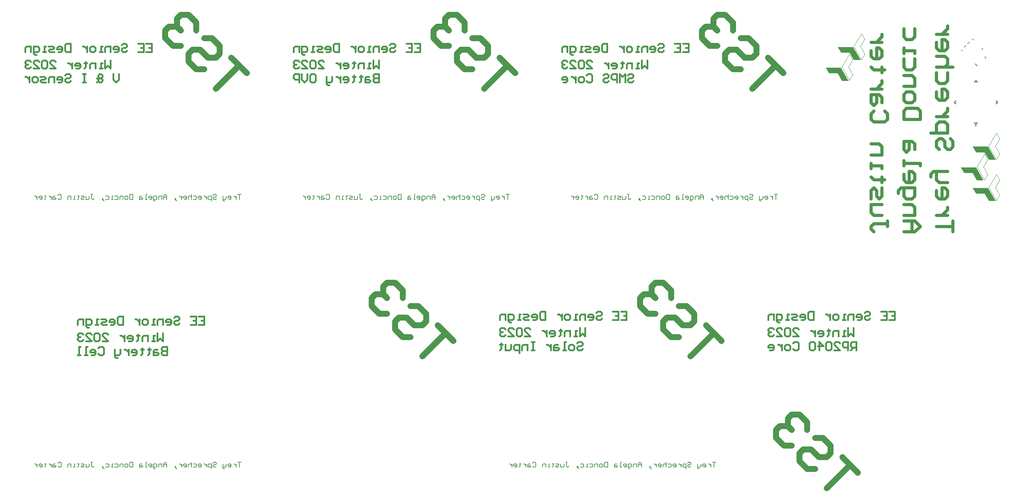
<source format=gbo>
G04*
G04 #@! TF.GenerationSoftware,Altium Limited,Altium Designer,23.7.1 (13)*
G04*
G04 Layer_Color=15983311*
%FSLAX25Y25*%
%MOIN*%
G70*
G04*
G04 #@! TF.SameCoordinates,97747FA3-686D-44AE-B9B3-03A7D2E65678*
G04*
G04*
G04 #@! TF.FilePolarity,Positive*
G04*
G01*
G75*
%ADD33C,0.01575*%
%ADD35C,0.00984*%
%ADD36C,0.00787*%
%ADD116C,0.00197*%
%ADD121C,0.00787*%
%ADD122C,0.00591*%
%ADD125C,0.01575*%
%ADD216C,0.02953*%
%ADD218C,0.05512*%
G36*
X872609Y522038D02*
X887156D01*
X894430Y509439D01*
X888065D01*
X883974Y516526D01*
X875791D01*
X872609Y522038D01*
D02*
G37*
G36*
X884026Y541723D02*
X898573D01*
X905847Y529124D01*
X899483D01*
X895391Y536211D01*
X887208D01*
X884026Y541723D01*
D02*
G37*
G36*
X1001349Y426762D02*
X1015896D01*
X1023170Y414164D01*
X1016805D01*
X1012714Y421250D01*
X1004531D01*
X1001349Y426762D01*
D02*
G37*
G36*
X1012766Y446447D02*
X1027314D01*
X1034587Y433849D01*
X1028223D01*
X1024131Y440935D01*
X1015948D01*
X1012766Y446447D01*
D02*
G37*
G36*
Y407077D02*
X1027314D01*
X1034587Y394479D01*
X1028223D01*
X1024131Y401565D01*
X1015948D01*
X1012766Y407077D01*
D02*
G37*
D33*
X274503Y284252D02*
X279751D01*
Y276380D01*
X274503D01*
X279751Y280316D02*
X277127D01*
X266632Y284252D02*
X271880D01*
Y276380D01*
X266632D01*
X271880Y280316D02*
X269256D01*
X250889Y282940D02*
X252201Y284252D01*
X254825D01*
X256137Y282940D01*
Y281628D01*
X254825Y280316D01*
X252201D01*
X250889Y279004D01*
Y277692D01*
X252201Y276380D01*
X254825D01*
X256137Y277692D01*
X244330Y276380D02*
X246953D01*
X248265Y277692D01*
Y280316D01*
X246953Y281628D01*
X244330D01*
X243018Y280316D01*
Y279004D01*
X248265D01*
X240394Y276380D02*
Y281628D01*
X236458D01*
X235146Y280316D01*
Y276380D01*
X232522D02*
X229898D01*
X231210D01*
Y281628D01*
X232522D01*
X224651Y276380D02*
X222027D01*
X220715Y277692D01*
Y280316D01*
X222027Y281628D01*
X224651D01*
X225963Y280316D01*
Y277692D01*
X224651Y276380D01*
X218091Y281628D02*
Y276380D01*
Y279004D01*
X216779Y280316D01*
X215467Y281628D01*
X214156D01*
X202348Y284252D02*
Y276380D01*
X198413D01*
X197101Y277692D01*
Y282940D01*
X198413Y284252D01*
X202348D01*
X190541Y276380D02*
X193165D01*
X194477Y277692D01*
Y280316D01*
X193165Y281628D01*
X190541D01*
X189229Y280316D01*
Y279004D01*
X194477D01*
X186605Y276380D02*
X182670D01*
X181358Y277692D01*
X182670Y279004D01*
X185293D01*
X186605Y280316D01*
X185293Y281628D01*
X181358D01*
X178734Y276380D02*
X176110D01*
X177422D01*
Y281628D01*
X178734D01*
X169550Y273757D02*
X168238D01*
X166927Y275069D01*
Y281628D01*
X170862D01*
X172174Y280316D01*
Y277692D01*
X170862Y276380D01*
X166927D01*
X164303D02*
Y281628D01*
X160367D01*
X159055Y280316D01*
Y276380D01*
X240394Y268403D02*
Y260531D01*
X237770Y263155D01*
X235146Y260531D01*
Y268403D01*
X232522Y260531D02*
X229898D01*
X231210D01*
Y265779D01*
X232522D01*
X225963Y260531D02*
Y265779D01*
X222027D01*
X220715Y264467D01*
Y260531D01*
X216779Y267091D02*
Y265779D01*
X218091D01*
X215467D01*
X216779D01*
Y261843D01*
X215467Y260531D01*
X207596D02*
X210220D01*
X211532Y261843D01*
Y264467D01*
X210220Y265779D01*
X207596D01*
X206284Y264467D01*
Y263155D01*
X211532D01*
X203660Y265779D02*
Y260531D01*
Y263155D01*
X202348Y264467D01*
X201036Y265779D01*
X199724D01*
X182670Y260531D02*
X187917D01*
X182670Y265779D01*
Y267091D01*
X183982Y268403D01*
X186605D01*
X187917Y267091D01*
X180046D02*
X178734Y268403D01*
X176110D01*
X174798Y267091D01*
Y261843D01*
X176110Y260531D01*
X178734D01*
X180046Y261843D01*
Y267091D01*
X166927Y260531D02*
X172174D01*
X166927Y265779D01*
Y267091D01*
X168238Y268403D01*
X170862D01*
X172174Y267091D01*
X164303D02*
X162991Y268403D01*
X160367D01*
X159055Y267091D01*
Y265779D01*
X160367Y264467D01*
X161679D01*
X160367D01*
X159055Y263155D01*
Y261843D01*
X160367Y260531D01*
X162991D01*
X164303Y261843D01*
X244330Y255178D02*
Y247306D01*
X240394D01*
X239082Y248618D01*
Y249930D01*
X240394Y251242D01*
X244330D01*
X240394D01*
X239082Y252554D01*
Y253866D01*
X240394Y255178D01*
X244330D01*
X235146Y252554D02*
X232522D01*
X231210Y251242D01*
Y247306D01*
X235146D01*
X236458Y248618D01*
X235146Y249930D01*
X231210D01*
X227275Y253866D02*
Y252554D01*
X228587D01*
X225963D01*
X227275D01*
Y248618D01*
X225963Y247306D01*
X220715Y253866D02*
Y252554D01*
X222027D01*
X219403D01*
X220715D01*
Y248618D01*
X219403Y247306D01*
X211532D02*
X214156D01*
X215467Y248618D01*
Y251242D01*
X214156Y252554D01*
X211532D01*
X210220Y251242D01*
Y249930D01*
X215467D01*
X207596Y252554D02*
Y247306D01*
Y249930D01*
X206284Y251242D01*
X204972Y252554D01*
X203660D01*
X199724D02*
Y248618D01*
X198413Y247306D01*
X194477D01*
Y245994D01*
X195789Y244682D01*
X197101D01*
X194477Y247306D02*
Y252554D01*
X178734Y253866D02*
X180046Y255178D01*
X182670D01*
X183982Y253866D01*
Y248618D01*
X182670Y247306D01*
X180046D01*
X178734Y248618D01*
X172174Y247306D02*
X174798D01*
X176110Y248618D01*
Y251242D01*
X174798Y252554D01*
X172174D01*
X170862Y251242D01*
Y249930D01*
X176110D01*
X168238Y247306D02*
X165615D01*
X166927D01*
Y255178D01*
X168238D01*
X161679Y247306D02*
X159055D01*
X160367D01*
Y255178D01*
X161679D01*
X224503Y544882D02*
X229751D01*
Y537010D01*
X224503D01*
X229751Y540946D02*
X227127D01*
X216632Y544882D02*
X221880D01*
Y537010D01*
X216632D01*
X221880Y540946D02*
X219256D01*
X200889Y543570D02*
X202201Y544882D01*
X204825D01*
X206137Y543570D01*
Y542258D01*
X204825Y540946D01*
X202201D01*
X200889Y539634D01*
Y538322D01*
X202201Y537010D01*
X204825D01*
X206137Y538322D01*
X194330Y537010D02*
X196953D01*
X198265Y538322D01*
Y540946D01*
X196953Y542258D01*
X194330D01*
X193018Y540946D01*
Y539634D01*
X198265D01*
X190394Y537010D02*
Y542258D01*
X186458D01*
X185146Y540946D01*
Y537010D01*
X182522D02*
X179898D01*
X181210D01*
Y542258D01*
X182522D01*
X174651Y537010D02*
X172027D01*
X170715Y538322D01*
Y540946D01*
X172027Y542258D01*
X174651D01*
X175963Y540946D01*
Y538322D01*
X174651Y537010D01*
X168091Y542258D02*
Y537010D01*
Y539634D01*
X166779Y540946D01*
X165467Y542258D01*
X164155D01*
X152348Y544882D02*
Y537010D01*
X148413D01*
X147101Y538322D01*
Y543570D01*
X148413Y544882D01*
X152348D01*
X140541Y537010D02*
X143165D01*
X144477Y538322D01*
Y540946D01*
X143165Y542258D01*
X140541D01*
X139229Y540946D01*
Y539634D01*
X144477D01*
X136605Y537010D02*
X132669D01*
X131358Y538322D01*
X132669Y539634D01*
X135293D01*
X136605Y540946D01*
X135293Y542258D01*
X131358D01*
X128734Y537010D02*
X126110D01*
X127422D01*
Y542258D01*
X128734D01*
X119550Y534387D02*
X118238D01*
X116927Y535699D01*
Y542258D01*
X120862D01*
X122174Y540946D01*
Y538322D01*
X120862Y537010D01*
X116927D01*
X114303D02*
Y542258D01*
X110367D01*
X109055Y540946D01*
Y537010D01*
X190394Y529033D02*
Y521161D01*
X187770Y523785D01*
X185146Y521161D01*
Y529033D01*
X182522Y521161D02*
X179898D01*
X181210D01*
Y526409D01*
X182522D01*
X175963Y521161D02*
Y526409D01*
X172027D01*
X170715Y525097D01*
Y521161D01*
X166779Y527721D02*
Y526409D01*
X168091D01*
X165467D01*
X166779D01*
Y522473D01*
X165467Y521161D01*
X157596D02*
X160220D01*
X161532Y522473D01*
Y525097D01*
X160220Y526409D01*
X157596D01*
X156284Y525097D01*
Y523785D01*
X161532D01*
X153660Y526409D02*
Y521161D01*
Y523785D01*
X152348Y525097D01*
X151036Y526409D01*
X149724D01*
X132670Y521161D02*
X137917D01*
X132670Y526409D01*
Y527721D01*
X133982Y529033D01*
X136605D01*
X137917Y527721D01*
X130046D02*
X128734Y529033D01*
X126110D01*
X124798Y527721D01*
Y522473D01*
X126110Y521161D01*
X128734D01*
X130046Y522473D01*
Y527721D01*
X116927Y521161D02*
X122174D01*
X116927Y526409D01*
Y527721D01*
X118238Y529033D01*
X120862D01*
X122174Y527721D01*
X114303D02*
X112991Y529033D01*
X110367D01*
X109055Y527721D01*
Y526409D01*
X110367Y525097D01*
X111679D01*
X110367D01*
X109055Y523785D01*
Y522473D01*
X110367Y521161D01*
X112991D01*
X114303Y522473D01*
X198265Y515807D02*
Y510560D01*
X195641Y507936D01*
X193018Y510560D01*
Y515807D01*
X177275Y507936D02*
X178586Y509248D01*
X179898Y507936D01*
X181210D01*
X182522Y509248D01*
Y510560D01*
X181210Y511872D01*
X182522Y513184D01*
Y514496D01*
X181210Y515807D01*
X179898D01*
X178586Y514496D01*
Y513184D01*
X179898Y511872D01*
X178586Y510560D01*
Y509248D01*
X177275Y511872D02*
X178586Y510560D01*
X181210Y511872D02*
X179898D01*
X166779Y515807D02*
X164155D01*
X165467D01*
Y507936D01*
X166779D01*
X164155D01*
X147101Y514496D02*
X148413Y515807D01*
X151036D01*
X152348Y514496D01*
Y513184D01*
X151036Y511872D01*
X148413D01*
X147101Y510560D01*
Y509248D01*
X148413Y507936D01*
X151036D01*
X152348Y509248D01*
X140541Y507936D02*
X143165D01*
X144477Y509248D01*
Y511872D01*
X143165Y513184D01*
X140541D01*
X139229Y511872D01*
Y510560D01*
X144477D01*
X136605Y507936D02*
Y513184D01*
X132670D01*
X131358Y511872D01*
Y507936D01*
X128734D02*
X124798D01*
X123486Y509248D01*
X124798Y510560D01*
X127422D01*
X128734Y511872D01*
X127422Y513184D01*
X123486D01*
X119550Y507936D02*
X116927D01*
X115615Y509248D01*
Y511872D01*
X116927Y513184D01*
X119550D01*
X120862Y511872D01*
Y509248D01*
X119550Y507936D01*
X112991Y513184D02*
Y507936D01*
Y510560D01*
X111679Y511872D01*
X110367Y513184D01*
X109055D01*
X480409Y544882D02*
X485657D01*
Y537010D01*
X480409D01*
X485657Y540946D02*
X483033D01*
X472538Y544882D02*
X477785D01*
Y537010D01*
X472538D01*
X477785Y540946D02*
X475161D01*
X456795Y543570D02*
X458106Y544882D01*
X460730D01*
X462042Y543570D01*
Y542258D01*
X460730Y540946D01*
X458106D01*
X456795Y539634D01*
Y538322D01*
X458106Y537010D01*
X460730D01*
X462042Y538322D01*
X450235Y537010D02*
X452859D01*
X454171Y538322D01*
Y540946D01*
X452859Y542258D01*
X450235D01*
X448923Y540946D01*
Y539634D01*
X454171D01*
X446299Y537010D02*
Y542258D01*
X442364D01*
X441052Y540946D01*
Y537010D01*
X438428D02*
X435804D01*
X437116D01*
Y542258D01*
X438428D01*
X430556Y537010D02*
X427932D01*
X426620Y538322D01*
Y540946D01*
X427932Y542258D01*
X430556D01*
X431868Y540946D01*
Y538322D01*
X430556Y537010D01*
X423997Y542258D02*
Y537010D01*
Y539634D01*
X422685Y540946D01*
X421373Y542258D01*
X420061D01*
X408254Y544882D02*
Y537010D01*
X404318D01*
X403006Y538322D01*
Y543570D01*
X404318Y544882D01*
X408254D01*
X396446Y537010D02*
X399070D01*
X400382Y538322D01*
Y540946D01*
X399070Y542258D01*
X396446D01*
X395135Y540946D01*
Y539634D01*
X400382D01*
X392511Y537010D02*
X388575D01*
X387263Y538322D01*
X388575Y539634D01*
X391199D01*
X392511Y540946D01*
X391199Y542258D01*
X387263D01*
X384639Y537010D02*
X382015D01*
X383327D01*
Y542258D01*
X384639D01*
X375456Y534387D02*
X374144D01*
X372832Y535699D01*
Y542258D01*
X376768D01*
X378080Y540946D01*
Y538322D01*
X376768Y537010D01*
X372832D01*
X370208D02*
Y542258D01*
X366272D01*
X364961Y540946D01*
Y537010D01*
X446299Y529033D02*
Y521161D01*
X443675Y523785D01*
X441052Y521161D01*
Y529033D01*
X438428Y521161D02*
X435804D01*
X437116D01*
Y526409D01*
X438428D01*
X431868Y521161D02*
Y526409D01*
X427932D01*
X426620Y525097D01*
Y521161D01*
X422685Y527721D02*
Y526409D01*
X423997D01*
X421373D01*
X422685D01*
Y522473D01*
X421373Y521161D01*
X413501D02*
X416125D01*
X417437Y522473D01*
Y525097D01*
X416125Y526409D01*
X413501D01*
X412189Y525097D01*
Y523785D01*
X417437D01*
X409566Y526409D02*
Y521161D01*
Y523785D01*
X408254Y525097D01*
X406942Y526409D01*
X405630D01*
X388575Y521161D02*
X393823D01*
X388575Y526409D01*
Y527721D01*
X389887Y529033D01*
X392511D01*
X393823Y527721D01*
X385951D02*
X384639Y529033D01*
X382015D01*
X380704Y527721D01*
Y522473D01*
X382015Y521161D01*
X384639D01*
X385951Y522473D01*
Y527721D01*
X372832Y521161D02*
X378080D01*
X372832Y526409D01*
Y527721D01*
X374144Y529033D01*
X376768D01*
X378080Y527721D01*
X370208D02*
X368896Y529033D01*
X366272D01*
X364961Y527721D01*
Y526409D01*
X366272Y525097D01*
X367584D01*
X366272D01*
X364961Y523785D01*
Y522473D01*
X366272Y521161D01*
X368896D01*
X370208Y522473D01*
X446299Y515807D02*
Y507936D01*
X442364D01*
X441052Y509248D01*
Y510560D01*
X442364Y511872D01*
X446299D01*
X442364D01*
X441052Y513184D01*
Y514496D01*
X442364Y515807D01*
X446299D01*
X437116Y513184D02*
X434492D01*
X433180Y511872D01*
Y507936D01*
X437116D01*
X438428Y509248D01*
X437116Y510560D01*
X433180D01*
X429244Y514496D02*
Y513184D01*
X430556D01*
X427932D01*
X429244D01*
Y509248D01*
X427932Y507936D01*
X422685Y514496D02*
Y513184D01*
X423997D01*
X421373D01*
X422685D01*
Y509248D01*
X421373Y507936D01*
X413501D02*
X416125D01*
X417437Y509248D01*
Y511872D01*
X416125Y513184D01*
X413501D01*
X412189Y511872D01*
Y510560D01*
X417437D01*
X409566Y513184D02*
Y507936D01*
Y510560D01*
X408254Y511872D01*
X406942Y513184D01*
X405630D01*
X401694D02*
Y509248D01*
X400382Y507936D01*
X396446D01*
Y506624D01*
X397758Y505312D01*
X399070D01*
X396446Y507936D02*
Y513184D01*
X382015Y515807D02*
X384639D01*
X385951Y514496D01*
Y509248D01*
X384639Y507936D01*
X382015D01*
X380704Y509248D01*
Y514496D01*
X382015Y515807D01*
X378080D02*
Y510560D01*
X375456Y507936D01*
X372832Y510560D01*
Y515807D01*
X370208Y507936D02*
Y515807D01*
X366272D01*
X364961Y514496D01*
Y511872D01*
X366272Y510560D01*
X370208D01*
X933165Y288976D02*
X938412D01*
Y281105D01*
X933165D01*
X938412Y285041D02*
X935789D01*
X925293Y288976D02*
X930541D01*
Y281105D01*
X925293D01*
X930541Y285041D02*
X927917D01*
X909550Y287664D02*
X910862Y288976D01*
X913486D01*
X914798Y287664D01*
Y286352D01*
X913486Y285041D01*
X910862D01*
X909550Y283729D01*
Y282417D01*
X910862Y281105D01*
X913486D01*
X914798Y282417D01*
X902991Y281105D02*
X905615D01*
X906927Y282417D01*
Y285041D01*
X905615Y286352D01*
X902991D01*
X901679Y285041D01*
Y283729D01*
X906927D01*
X899055Y281105D02*
Y286352D01*
X895119D01*
X893808Y285041D01*
Y281105D01*
X891184D02*
X888560D01*
X889872D01*
Y286352D01*
X891184D01*
X883312Y281105D02*
X880688D01*
X879376Y282417D01*
Y285041D01*
X880688Y286352D01*
X883312D01*
X884624Y285041D01*
Y282417D01*
X883312Y281105D01*
X876753Y286352D02*
Y281105D01*
Y283729D01*
X875441Y285041D01*
X874129Y286352D01*
X872817D01*
X861010Y288976D02*
Y281105D01*
X857074D01*
X855762Y282417D01*
Y287664D01*
X857074Y288976D01*
X861010D01*
X849202Y281105D02*
X851826D01*
X853138Y282417D01*
Y285041D01*
X851826Y286352D01*
X849202D01*
X847890Y285041D01*
Y283729D01*
X853138D01*
X845267Y281105D02*
X841331D01*
X840019Y282417D01*
X841331Y283729D01*
X843955D01*
X845267Y285041D01*
X843955Y286352D01*
X840019D01*
X837395Y281105D02*
X834771D01*
X836083D01*
Y286352D01*
X837395D01*
X828212Y278481D02*
X826900D01*
X825588Y279793D01*
Y286352D01*
X829524D01*
X830836Y285041D01*
Y282417D01*
X829524Y281105D01*
X825588D01*
X822964D02*
Y286352D01*
X819028D01*
X817717Y285041D01*
Y281105D01*
X899055Y273127D02*
Y265256D01*
X896431Y267880D01*
X893808Y265256D01*
Y273127D01*
X891184Y265256D02*
X888560D01*
X889872D01*
Y270503D01*
X891184D01*
X884624Y265256D02*
Y270503D01*
X880688D01*
X879376Y269192D01*
Y265256D01*
X875441Y271815D02*
Y270503D01*
X876753D01*
X874129D01*
X875441D01*
Y266568D01*
X874129Y265256D01*
X866257D02*
X868881D01*
X870193Y266568D01*
Y269192D01*
X868881Y270503D01*
X866257D01*
X864945Y269192D01*
Y267880D01*
X870193D01*
X862322Y270503D02*
Y265256D01*
Y267880D01*
X861010Y269192D01*
X859698Y270503D01*
X858386D01*
X841331Y265256D02*
X846579D01*
X841331Y270503D01*
Y271815D01*
X842643Y273127D01*
X845267D01*
X846579Y271815D01*
X838707D02*
X837395Y273127D01*
X834771D01*
X833459Y271815D01*
Y266568D01*
X834771Y265256D01*
X837395D01*
X838707Y266568D01*
Y271815D01*
X825588Y265256D02*
X830836D01*
X825588Y270503D01*
Y271815D01*
X826900Y273127D01*
X829524D01*
X830836Y271815D01*
X822964D02*
X821652Y273127D01*
X819028D01*
X817717Y271815D01*
Y270503D01*
X819028Y269192D01*
X820340D01*
X819028D01*
X817717Y267880D01*
Y266568D01*
X819028Y265256D01*
X821652D01*
X822964Y266568D01*
X901679Y252030D02*
Y259902D01*
X897743D01*
X896431Y258590D01*
Y255966D01*
X897743Y254654D01*
X901679D01*
X899055D02*
X896431Y252030D01*
X893808D02*
Y259902D01*
X889872D01*
X888560Y258590D01*
Y255966D01*
X889872Y254654D01*
X893808D01*
X880688Y252030D02*
X885936D01*
X880688Y257278D01*
Y258590D01*
X882000Y259902D01*
X884624D01*
X885936Y258590D01*
X878065D02*
X876753Y259902D01*
X874129D01*
X872817Y258590D01*
Y253342D01*
X874129Y252030D01*
X876753D01*
X878065Y253342D01*
Y258590D01*
X866257Y252030D02*
Y259902D01*
X870193Y255966D01*
X864945D01*
X862322Y258590D02*
X861010Y259902D01*
X858386D01*
X857074Y258590D01*
Y253342D01*
X858386Y252030D01*
X861010D01*
X862322Y253342D01*
Y258590D01*
X841331D02*
X842643Y259902D01*
X845267D01*
X846579Y258590D01*
Y253342D01*
X845267Y252030D01*
X842643D01*
X841331Y253342D01*
X837395Y252030D02*
X834771D01*
X833459Y253342D01*
Y255966D01*
X834771Y257278D01*
X837395D01*
X838707Y255966D01*
Y253342D01*
X837395Y252030D01*
X830836Y257278D02*
Y252030D01*
Y254654D01*
X829524Y255966D01*
X828212Y257278D01*
X826900D01*
X819028Y252030D02*
X821652D01*
X822964Y253342D01*
Y255966D01*
X821652Y257278D01*
X819028D01*
X817717Y255966D01*
Y254654D01*
X822964D01*
X736314Y544882D02*
X741562D01*
Y537010D01*
X736314D01*
X741562Y540946D02*
X738938D01*
X728443Y544882D02*
X733691D01*
Y537010D01*
X728443D01*
X733691Y540946D02*
X731067D01*
X712700Y543570D02*
X714012Y544882D01*
X716636D01*
X717948Y543570D01*
Y542258D01*
X716636Y540946D01*
X714012D01*
X712700Y539634D01*
Y538322D01*
X714012Y537010D01*
X716636D01*
X717948Y538322D01*
X706141Y537010D02*
X708764D01*
X710076Y538322D01*
Y540946D01*
X708764Y542258D01*
X706141D01*
X704829Y540946D01*
Y539634D01*
X710076D01*
X702205Y537010D02*
Y542258D01*
X698269D01*
X696957Y540946D01*
Y537010D01*
X694333D02*
X691709D01*
X693021D01*
Y542258D01*
X694333D01*
X686462Y537010D02*
X683838D01*
X682526Y538322D01*
Y540946D01*
X683838Y542258D01*
X686462D01*
X687774Y540946D01*
Y538322D01*
X686462Y537010D01*
X679902Y542258D02*
Y537010D01*
Y539634D01*
X678590Y540946D01*
X677278Y542258D01*
X675967D01*
X664159Y544882D02*
Y537010D01*
X660223D01*
X658912Y538322D01*
Y543570D01*
X660223Y544882D01*
X664159D01*
X652352Y537010D02*
X654976D01*
X656288Y538322D01*
Y540946D01*
X654976Y542258D01*
X652352D01*
X651040Y540946D01*
Y539634D01*
X656288D01*
X648416Y537010D02*
X644481D01*
X643169Y538322D01*
X644481Y539634D01*
X647104D01*
X648416Y540946D01*
X647104Y542258D01*
X643169D01*
X640545Y537010D02*
X637921D01*
X639233D01*
Y542258D01*
X640545D01*
X631361Y534387D02*
X630050D01*
X628738Y535699D01*
Y542258D01*
X632673D01*
X633985Y540946D01*
Y538322D01*
X632673Y537010D01*
X628738D01*
X626114D02*
Y542258D01*
X622178D01*
X620866Y540946D01*
Y537010D01*
X702205Y529033D02*
Y521161D01*
X699581Y523785D01*
X696957Y521161D01*
Y529033D01*
X694333Y521161D02*
X691709D01*
X693021D01*
Y526409D01*
X694333D01*
X687774Y521161D02*
Y526409D01*
X683838D01*
X682526Y525097D01*
Y521161D01*
X678590Y527721D02*
Y526409D01*
X679902D01*
X677278D01*
X678590D01*
Y522473D01*
X677278Y521161D01*
X669407D02*
X672031D01*
X673343Y522473D01*
Y525097D01*
X672031Y526409D01*
X669407D01*
X668095Y525097D01*
Y523785D01*
X673343D01*
X665471Y526409D02*
Y521161D01*
Y523785D01*
X664159Y525097D01*
X662847Y526409D01*
X661535D01*
X644481Y521161D02*
X649728D01*
X644481Y526409D01*
Y527721D01*
X645792Y529033D01*
X648416D01*
X649728Y527721D01*
X641857D02*
X640545Y529033D01*
X637921D01*
X636609Y527721D01*
Y522473D01*
X637921Y521161D01*
X640545D01*
X641857Y522473D01*
Y527721D01*
X628738Y521161D02*
X633985D01*
X628738Y526409D01*
Y527721D01*
X630050Y529033D01*
X632673D01*
X633985Y527721D01*
X626114D02*
X624802Y529033D01*
X622178D01*
X620866Y527721D01*
Y526409D01*
X622178Y525097D01*
X623490D01*
X622178D01*
X620866Y523785D01*
Y522473D01*
X622178Y521161D01*
X624802D01*
X626114Y522473D01*
X683838Y514496D02*
X685150Y515807D01*
X687774D01*
X689086Y514496D01*
Y513184D01*
X687774Y511872D01*
X685150D01*
X683838Y510560D01*
Y509248D01*
X685150Y507936D01*
X687774D01*
X689086Y509248D01*
X681214Y507936D02*
Y515807D01*
X678590Y513184D01*
X675967Y515807D01*
Y507936D01*
X673343D02*
Y515807D01*
X669407D01*
X668095Y514496D01*
Y511872D01*
X669407Y510560D01*
X673343D01*
X660223Y514496D02*
X661535Y515807D01*
X664159D01*
X665471Y514496D01*
Y513184D01*
X664159Y511872D01*
X661535D01*
X660223Y510560D01*
Y509248D01*
X661535Y507936D01*
X664159D01*
X665471Y509248D01*
X644481Y514496D02*
X645792Y515807D01*
X648416D01*
X649728Y514496D01*
Y509248D01*
X648416Y507936D01*
X645792D01*
X644481Y509248D01*
X640545Y507936D02*
X637921D01*
X636609Y509248D01*
Y511872D01*
X637921Y513184D01*
X640545D01*
X641857Y511872D01*
Y509248D01*
X640545Y507936D01*
X633985Y513184D02*
Y507936D01*
Y510560D01*
X632673Y511872D01*
X631361Y513184D01*
X630050D01*
X622178Y507936D02*
X624802D01*
X626114Y509248D01*
Y511872D01*
X624802Y513184D01*
X622178D01*
X620866Y511872D01*
Y510560D01*
X626114D01*
X677259Y288976D02*
X682507D01*
Y281105D01*
X677259D01*
X682507Y285041D02*
X679883D01*
X669388Y288976D02*
X674636D01*
Y281105D01*
X669388D01*
X674636Y285041D02*
X672012D01*
X653645Y287664D02*
X654957Y288976D01*
X657581D01*
X658893Y287664D01*
Y286352D01*
X657581Y285041D01*
X654957D01*
X653645Y283729D01*
Y282417D01*
X654957Y281105D01*
X657581D01*
X658893Y282417D01*
X647085Y281105D02*
X649709D01*
X651021Y282417D01*
Y285041D01*
X649709Y286352D01*
X647085D01*
X645773Y285041D01*
Y283729D01*
X651021D01*
X643150Y281105D02*
Y286352D01*
X639214D01*
X637902Y285041D01*
Y281105D01*
X635278D02*
X632654D01*
X633966D01*
Y286352D01*
X635278D01*
X627407Y281105D02*
X624783D01*
X623471Y282417D01*
Y285041D01*
X624783Y286352D01*
X627407D01*
X628719Y285041D01*
Y282417D01*
X627407Y281105D01*
X620847Y286352D02*
Y281105D01*
Y283729D01*
X619535Y285041D01*
X618223Y286352D01*
X616911D01*
X605104Y288976D02*
Y281105D01*
X601168D01*
X599857Y282417D01*
Y287664D01*
X601168Y288976D01*
X605104D01*
X593297Y281105D02*
X595921D01*
X597233Y282417D01*
Y285041D01*
X595921Y286352D01*
X593297D01*
X591985Y285041D01*
Y283729D01*
X597233D01*
X589361Y281105D02*
X585425D01*
X584114Y282417D01*
X585425Y283729D01*
X588049D01*
X589361Y285041D01*
X588049Y286352D01*
X584114D01*
X581490Y281105D02*
X578866D01*
X580178D01*
Y286352D01*
X581490D01*
X572306Y278481D02*
X570994D01*
X569683Y279793D01*
Y286352D01*
X573618D01*
X574930Y285041D01*
Y282417D01*
X573618Y281105D01*
X569683D01*
X567059D02*
Y286352D01*
X563123D01*
X561811Y285041D01*
Y281105D01*
X643150Y273127D02*
Y265256D01*
X640526Y267880D01*
X637902Y265256D01*
Y273127D01*
X635278Y265256D02*
X632654D01*
X633966D01*
Y270503D01*
X635278D01*
X628719Y265256D02*
Y270503D01*
X624783D01*
X623471Y269192D01*
Y265256D01*
X619535Y271815D02*
Y270503D01*
X620847D01*
X618223D01*
X619535D01*
Y266568D01*
X618223Y265256D01*
X610352D02*
X612976D01*
X614288Y266568D01*
Y269192D01*
X612976Y270503D01*
X610352D01*
X609040Y269192D01*
Y267880D01*
X614288D01*
X606416Y270503D02*
Y265256D01*
Y267880D01*
X605104Y269192D01*
X603792Y270503D01*
X602480D01*
X585426Y265256D02*
X590673D01*
X585426Y270503D01*
Y271815D01*
X586737Y273127D01*
X589361D01*
X590673Y271815D01*
X582802D02*
X581490Y273127D01*
X578866D01*
X577554Y271815D01*
Y266568D01*
X578866Y265256D01*
X581490D01*
X582802Y266568D01*
Y271815D01*
X569683Y265256D02*
X574930D01*
X569683Y270503D01*
Y271815D01*
X570994Y273127D01*
X573618D01*
X574930Y271815D01*
X567059D02*
X565747Y273127D01*
X563123D01*
X561811Y271815D01*
Y270503D01*
X563123Y269192D01*
X564435D01*
X563123D01*
X561811Y267880D01*
Y266568D01*
X563123Y265256D01*
X565747D01*
X567059Y266568D01*
X635278Y258590D02*
X636590Y259902D01*
X639214D01*
X640526Y258590D01*
Y257278D01*
X639214Y255966D01*
X636590D01*
X635278Y254654D01*
Y253342D01*
X636590Y252030D01*
X639214D01*
X640526Y253342D01*
X631342Y252030D02*
X628719D01*
X627407Y253342D01*
Y255966D01*
X628719Y257278D01*
X631342D01*
X632654Y255966D01*
Y253342D01*
X631342Y252030D01*
X624783D02*
X622159D01*
X623471D01*
Y259902D01*
X624783D01*
X616911Y257278D02*
X614288D01*
X612976Y255966D01*
Y252030D01*
X616911D01*
X618223Y253342D01*
X616911Y254654D01*
X612976D01*
X610352Y257278D02*
Y252030D01*
Y254654D01*
X609040Y255966D01*
X607728Y257278D01*
X606416D01*
X594609Y259902D02*
X591985D01*
X593297D01*
Y252030D01*
X594609D01*
X591985D01*
X588049D02*
Y257278D01*
X584114D01*
X582802Y255966D01*
Y252030D01*
X580178Y249407D02*
Y257278D01*
X576242D01*
X574930Y255966D01*
Y253342D01*
X576242Y252030D01*
X580178D01*
X572306Y257278D02*
Y253342D01*
X570994Y252030D01*
X567059D01*
Y257278D01*
X563123Y258590D02*
Y257278D01*
X564435D01*
X561811D01*
X563123D01*
Y253342D01*
X561811Y252030D01*
D35*
X1017084Y469712D02*
X1015748Y468376D01*
X1014356Y469768D02*
X1015748Y468376D01*
X995147Y488976D02*
X996484Y487640D01*
X996539Y490368D02*
X995147Y488976D01*
X1015748Y509577D02*
X1014412Y508241D01*
X1015748Y509577D02*
X1017140Y508185D01*
X1035013Y490313D02*
X1036349Y488976D01*
X1034957Y487584D01*
D36*
X314929Y144881D02*
X311780D01*
X313354D01*
Y140158D01*
X310206Y143307D02*
Y140158D01*
Y141732D01*
X309419Y142519D01*
X308632Y143307D01*
X307844D01*
X303122Y140158D02*
X304696D01*
X305483Y140945D01*
Y142519D01*
X304696Y143307D01*
X303122D01*
X302334Y142519D01*
Y141732D01*
X305483D01*
X300760Y143307D02*
Y140945D01*
X299973Y140158D01*
X297611D01*
Y139371D01*
X298399Y138584D01*
X299186D01*
X297611Y140158D02*
Y143307D01*
X288166Y144094D02*
X288953Y144881D01*
X290527D01*
X291314Y144094D01*
Y143307D01*
X290527Y142519D01*
X288953D01*
X288166Y141732D01*
Y140945D01*
X288953Y140158D01*
X290527D01*
X291314Y140945D01*
X286592Y138584D02*
Y143307D01*
X284230D01*
X283443Y142519D01*
Y140945D01*
X284230Y140158D01*
X286592D01*
X281869Y143307D02*
Y140158D01*
Y141732D01*
X281082Y142519D01*
X280294Y143307D01*
X279507D01*
X274784Y140158D02*
X276359D01*
X277146Y140945D01*
Y142519D01*
X276359Y143307D01*
X274784D01*
X273997Y142519D01*
Y141732D01*
X277146D01*
X269274Y143307D02*
X271636D01*
X272423Y142519D01*
Y140945D01*
X271636Y140158D01*
X269274D01*
X267700Y144881D02*
Y140158D01*
Y142519D01*
X266913Y143307D01*
X265338D01*
X264551Y142519D01*
Y140158D01*
X260616D02*
X262190D01*
X262977Y140945D01*
Y142519D01*
X262190Y143307D01*
X260616D01*
X259828Y142519D01*
Y141732D01*
X262977D01*
X258254Y143307D02*
Y140158D01*
Y141732D01*
X257467Y142519D01*
X256680Y143307D01*
X255893D01*
X252744Y139371D02*
X251957Y140158D01*
Y140945D01*
X252744D01*
Y140158D01*
X251957D01*
X252744Y139371D01*
X253531Y138584D01*
X244086Y140158D02*
Y143307D01*
X242511Y144881D01*
X240937Y143307D01*
Y140158D01*
Y142519D01*
X244086D01*
X239363Y140158D02*
Y143307D01*
X237001D01*
X236214Y142519D01*
Y140158D01*
X233066Y138584D02*
X232278D01*
X231491Y139371D01*
Y143307D01*
X233853D01*
X234640Y142519D01*
Y140945D01*
X233853Y140158D01*
X231491D01*
X227555D02*
X229130D01*
X229917Y140945D01*
Y142519D01*
X229130Y143307D01*
X227555D01*
X226768Y142519D01*
Y141732D01*
X229917D01*
X225194Y140158D02*
X223620D01*
X224407D01*
Y144881D01*
X225194D01*
X220471Y143307D02*
X218897D01*
X218110Y142519D01*
Y140158D01*
X220471D01*
X221258Y140945D01*
X220471Y141732D01*
X218110D01*
X211813Y144881D02*
Y140158D01*
X209451D01*
X208664Y140945D01*
Y144094D01*
X209451Y144881D01*
X211813D01*
X206302Y140158D02*
X204728D01*
X203941Y140945D01*
Y142519D01*
X204728Y143307D01*
X206302D01*
X207090Y142519D01*
Y140945D01*
X206302Y140158D01*
X202367D02*
Y143307D01*
X200005D01*
X199218Y142519D01*
Y140158D01*
X194495Y143307D02*
X196857D01*
X197644Y142519D01*
Y140945D01*
X196857Y140158D01*
X194495D01*
X192921D02*
X191347D01*
X192134D01*
Y143307D01*
X192921D01*
X185837D02*
X188198D01*
X188985Y142519D01*
Y140945D01*
X188198Y140158D01*
X185837D01*
X183475Y139371D02*
X182688Y140158D01*
Y140945D01*
X183475D01*
Y140158D01*
X182688D01*
X183475Y139371D01*
X184262Y138584D01*
X171668Y144881D02*
X173242D01*
X172455D01*
Y140945D01*
X173242Y140158D01*
X174030D01*
X174817Y140945D01*
X170094Y143307D02*
Y140945D01*
X169307Y140158D01*
X166945D01*
Y143307D01*
X165371Y140158D02*
X163010D01*
X162222Y140945D01*
X163010Y141732D01*
X164584D01*
X165371Y142519D01*
X164584Y143307D01*
X162222D01*
X159861Y144094D02*
Y143307D01*
X160648D01*
X159074D01*
X159861D01*
Y140945D01*
X159074Y140158D01*
X156712D02*
X155138D01*
X155925D01*
Y143307D01*
X156712D01*
X152777Y140158D02*
Y143307D01*
X150415D01*
X149628Y142519D01*
Y140158D01*
X140182Y144094D02*
X140969Y144881D01*
X142544D01*
X143331Y144094D01*
Y140945D01*
X142544Y140158D01*
X140969D01*
X140182Y140945D01*
X137821Y143307D02*
X136247D01*
X135459Y142519D01*
Y140158D01*
X137821D01*
X138608Y140945D01*
X137821Y141732D01*
X135459D01*
X133885Y143307D02*
Y140158D01*
Y141732D01*
X133098Y142519D01*
X132311Y143307D01*
X131524D01*
X128375Y144094D02*
Y143307D01*
X129162D01*
X127588D01*
X128375D01*
Y140945D01*
X127588Y140158D01*
X122865D02*
X124439D01*
X125226Y140945D01*
Y142519D01*
X124439Y143307D01*
X122865D01*
X122078Y142519D01*
Y141732D01*
X125226D01*
X120503Y143307D02*
Y140158D01*
Y141732D01*
X119716Y142519D01*
X118929Y143307D01*
X118142D01*
X314929Y400786D02*
X311780D01*
X313354D01*
Y396063D01*
X310206Y399212D02*
Y396063D01*
Y397638D01*
X309419Y398425D01*
X308632Y399212D01*
X307844D01*
X303122Y396063D02*
X304696D01*
X305483Y396851D01*
Y398425D01*
X304696Y399212D01*
X303122D01*
X302334Y398425D01*
Y397638D01*
X305483D01*
X300760Y399212D02*
Y396851D01*
X299973Y396063D01*
X297611D01*
Y395276D01*
X298399Y394489D01*
X299186D01*
X297611Y396063D02*
Y399212D01*
X288166Y399999D02*
X288953Y400786D01*
X290527D01*
X291314Y399999D01*
Y399212D01*
X290527Y398425D01*
X288953D01*
X288166Y397638D01*
Y396851D01*
X288953Y396063D01*
X290527D01*
X291314Y396851D01*
X286592Y394489D02*
Y399212D01*
X284230D01*
X283443Y398425D01*
Y396851D01*
X284230Y396063D01*
X286592D01*
X281869Y399212D02*
Y396063D01*
Y397638D01*
X281082Y398425D01*
X280294Y399212D01*
X279507D01*
X274784Y396063D02*
X276359D01*
X277146Y396851D01*
Y398425D01*
X276359Y399212D01*
X274784D01*
X273997Y398425D01*
Y397638D01*
X277146D01*
X269274Y399212D02*
X271636D01*
X272423Y398425D01*
Y396851D01*
X271636Y396063D01*
X269274D01*
X267700Y400786D02*
Y396063D01*
Y398425D01*
X266913Y399212D01*
X265338D01*
X264551Y398425D01*
Y396063D01*
X260616D02*
X262190D01*
X262977Y396851D01*
Y398425D01*
X262190Y399212D01*
X260616D01*
X259828Y398425D01*
Y397638D01*
X262977D01*
X258254Y399212D02*
Y396063D01*
Y397638D01*
X257467Y398425D01*
X256680Y399212D01*
X255893D01*
X252744Y395276D02*
X251957Y396063D01*
Y396851D01*
X252744D01*
Y396063D01*
X251957D01*
X252744Y395276D01*
X253531Y394489D01*
X244086Y396063D02*
Y399212D01*
X242511Y400786D01*
X240937Y399212D01*
Y396063D01*
Y398425D01*
X244086D01*
X239363Y396063D02*
Y399212D01*
X237001D01*
X236214Y398425D01*
Y396063D01*
X233066Y394489D02*
X232278D01*
X231491Y395276D01*
Y399212D01*
X233853D01*
X234640Y398425D01*
Y396851D01*
X233853Y396063D01*
X231491D01*
X227555D02*
X229130D01*
X229917Y396851D01*
Y398425D01*
X229130Y399212D01*
X227555D01*
X226768Y398425D01*
Y397638D01*
X229917D01*
X225194Y396063D02*
X223620D01*
X224407D01*
Y400786D01*
X225194D01*
X220471Y399212D02*
X218897D01*
X218110Y398425D01*
Y396063D01*
X220471D01*
X221258Y396851D01*
X220471Y397638D01*
X218110D01*
X211813Y400786D02*
Y396063D01*
X209451D01*
X208664Y396851D01*
Y399999D01*
X209451Y400786D01*
X211813D01*
X206302Y396063D02*
X204728D01*
X203941Y396851D01*
Y398425D01*
X204728Y399212D01*
X206302D01*
X207090Y398425D01*
Y396851D01*
X206302Y396063D01*
X202367D02*
Y399212D01*
X200005D01*
X199218Y398425D01*
Y396063D01*
X194495Y399212D02*
X196857D01*
X197644Y398425D01*
Y396851D01*
X196857Y396063D01*
X194495D01*
X192921D02*
X191347D01*
X192134D01*
Y399212D01*
X192921D01*
X185837D02*
X188198D01*
X188985Y398425D01*
Y396851D01*
X188198Y396063D01*
X185837D01*
X183475Y395276D02*
X182688Y396063D01*
Y396851D01*
X183475D01*
Y396063D01*
X182688D01*
X183475Y395276D01*
X184262Y394489D01*
X171668Y400786D02*
X173242D01*
X172455D01*
Y396851D01*
X173242Y396063D01*
X174030D01*
X174817Y396851D01*
X170094Y399212D02*
Y396851D01*
X169307Y396063D01*
X166945D01*
Y399212D01*
X165371Y396063D02*
X163010D01*
X162222Y396851D01*
X163010Y397638D01*
X164584D01*
X165371Y398425D01*
X164584Y399212D01*
X162222D01*
X159861Y399999D02*
Y399212D01*
X160648D01*
X159074D01*
X159861D01*
Y396851D01*
X159074Y396063D01*
X156712D02*
X155138D01*
X155925D01*
Y399212D01*
X156712D01*
X152777Y396063D02*
Y399212D01*
X150415D01*
X149628Y398425D01*
Y396063D01*
X140182Y399999D02*
X140969Y400786D01*
X142544D01*
X143331Y399999D01*
Y396851D01*
X142544Y396063D01*
X140969D01*
X140182Y396851D01*
X137821Y399212D02*
X136247D01*
X135459Y398425D01*
Y396063D01*
X137821D01*
X138608Y396851D01*
X137821Y397638D01*
X135459D01*
X133885Y399212D02*
Y396063D01*
Y397638D01*
X133098Y398425D01*
X132311Y399212D01*
X131524D01*
X128375Y399999D02*
Y399212D01*
X129162D01*
X127588D01*
X128375D01*
Y396851D01*
X127588Y396063D01*
X122865D02*
X124439D01*
X125226Y396851D01*
Y398425D01*
X124439Y399212D01*
X122865D01*
X122078Y398425D01*
Y397638D01*
X125226D01*
X120503Y399212D02*
Y396063D01*
Y397638D01*
X119716Y398425D01*
X118929Y399212D01*
X118142D01*
X570834Y400786D02*
X567686D01*
X569260D01*
Y396063D01*
X566111Y399212D02*
Y396063D01*
Y397638D01*
X565324Y398425D01*
X564537Y399212D01*
X563750D01*
X559027Y396063D02*
X560601D01*
X561388Y396851D01*
Y398425D01*
X560601Y399212D01*
X559027D01*
X558240Y398425D01*
Y397638D01*
X561388D01*
X556666Y399212D02*
Y396851D01*
X555878Y396063D01*
X553517D01*
Y395276D01*
X554304Y394489D01*
X555091D01*
X553517Y396063D02*
Y399212D01*
X544071Y399999D02*
X544858Y400786D01*
X546433D01*
X547220Y399999D01*
Y399212D01*
X546433Y398425D01*
X544858D01*
X544071Y397638D01*
Y396851D01*
X544858Y396063D01*
X546433D01*
X547220Y396851D01*
X542497Y394489D02*
Y399212D01*
X540136D01*
X539348Y398425D01*
Y396851D01*
X540136Y396063D01*
X542497D01*
X537774Y399212D02*
Y396063D01*
Y397638D01*
X536987Y398425D01*
X536200Y399212D01*
X535413D01*
X530690Y396063D02*
X532264D01*
X533051Y396851D01*
Y398425D01*
X532264Y399212D01*
X530690D01*
X529903Y398425D01*
Y397638D01*
X533051D01*
X525180Y399212D02*
X527541D01*
X528328Y398425D01*
Y396851D01*
X527541Y396063D01*
X525180D01*
X523605Y400786D02*
Y396063D01*
Y398425D01*
X522818Y399212D01*
X521244D01*
X520457Y398425D01*
Y396063D01*
X516521D02*
X518095D01*
X518883Y396851D01*
Y398425D01*
X518095Y399212D01*
X516521D01*
X515734Y398425D01*
Y397638D01*
X518883D01*
X514160Y399212D02*
Y396063D01*
Y397638D01*
X513373Y398425D01*
X512585Y399212D01*
X511798D01*
X508650Y395276D02*
X507863Y396063D01*
Y396851D01*
X508650D01*
Y396063D01*
X507863D01*
X508650Y395276D01*
X509437Y394489D01*
X499991Y396063D02*
Y399212D01*
X498417Y400786D01*
X496842Y399212D01*
Y396063D01*
Y398425D01*
X499991D01*
X495268Y396063D02*
Y399212D01*
X492907D01*
X492120Y398425D01*
Y396063D01*
X488971Y394489D02*
X488184D01*
X487397Y395276D01*
Y399212D01*
X489758D01*
X490545Y398425D01*
Y396851D01*
X489758Y396063D01*
X487397D01*
X483461D02*
X485035D01*
X485822Y396851D01*
Y398425D01*
X485035Y399212D01*
X483461D01*
X482674Y398425D01*
Y397638D01*
X485822D01*
X481100Y396063D02*
X479525D01*
X480312D01*
Y400786D01*
X481100D01*
X476377Y399212D02*
X474802D01*
X474015Y398425D01*
Y396063D01*
X476377D01*
X477164Y396851D01*
X476377Y397638D01*
X474015D01*
X467718Y400786D02*
Y396063D01*
X465357D01*
X464570Y396851D01*
Y399999D01*
X465357Y400786D01*
X467718D01*
X462208Y396063D02*
X460634D01*
X459847Y396851D01*
Y398425D01*
X460634Y399212D01*
X462208D01*
X462995Y398425D01*
Y396851D01*
X462208Y396063D01*
X458272D02*
Y399212D01*
X455911D01*
X455124Y398425D01*
Y396063D01*
X450401Y399212D02*
X452762D01*
X453549Y398425D01*
Y396851D01*
X452762Y396063D01*
X450401D01*
X448827D02*
X447252D01*
X448039D01*
Y399212D01*
X448827D01*
X441742D02*
X444104D01*
X444891Y398425D01*
Y396851D01*
X444104Y396063D01*
X441742D01*
X439381Y395276D02*
X438594Y396063D01*
Y396851D01*
X439381D01*
Y396063D01*
X438594D01*
X439381Y395276D01*
X440168Y394489D01*
X427574Y400786D02*
X429148D01*
X428361D01*
Y396851D01*
X429148Y396063D01*
X429935D01*
X430722Y396851D01*
X425999Y399212D02*
Y396851D01*
X425212Y396063D01*
X422851D01*
Y399212D01*
X421276Y396063D02*
X418915D01*
X418128Y396851D01*
X418915Y397638D01*
X420489D01*
X421276Y398425D01*
X420489Y399212D01*
X418128D01*
X415766Y399999D02*
Y399212D01*
X416553D01*
X414979D01*
X415766D01*
Y396851D01*
X414979Y396063D01*
X412618D02*
X411044D01*
X411831D01*
Y399212D01*
X412618D01*
X408682Y396063D02*
Y399212D01*
X406321D01*
X405533Y398425D01*
Y396063D01*
X396088Y399999D02*
X396875Y400786D01*
X398449D01*
X399236Y399999D01*
Y396851D01*
X398449Y396063D01*
X396875D01*
X396088Y396851D01*
X393726Y399212D02*
X392152D01*
X391365Y398425D01*
Y396063D01*
X393726D01*
X394513Y396851D01*
X393726Y397638D01*
X391365D01*
X389791Y399212D02*
Y396063D01*
Y397638D01*
X389003Y398425D01*
X388216Y399212D01*
X387429D01*
X384280Y399999D02*
Y399212D01*
X385068D01*
X383493D01*
X384280D01*
Y396851D01*
X383493Y396063D01*
X378770D02*
X380345D01*
X381132Y396851D01*
Y398425D01*
X380345Y399212D01*
X378770D01*
X377983Y398425D01*
Y397638D01*
X381132D01*
X376409Y399212D02*
Y396063D01*
Y397638D01*
X375622Y398425D01*
X374835Y399212D01*
X374048D01*
X826740Y400786D02*
X823591D01*
X825165D01*
Y396063D01*
X822017Y399212D02*
Y396063D01*
Y397638D01*
X821230Y398425D01*
X820443Y399212D01*
X819656D01*
X814933Y396063D02*
X816507D01*
X817294Y396851D01*
Y398425D01*
X816507Y399212D01*
X814933D01*
X814145Y398425D01*
Y397638D01*
X817294D01*
X812571Y399212D02*
Y396851D01*
X811784Y396063D01*
X809423D01*
Y395276D01*
X810210Y394489D01*
X810997D01*
X809423Y396063D02*
Y399212D01*
X799977Y399999D02*
X800764Y400786D01*
X802338D01*
X803125Y399999D01*
Y399212D01*
X802338Y398425D01*
X800764D01*
X799977Y397638D01*
Y396851D01*
X800764Y396063D01*
X802338D01*
X803125Y396851D01*
X798403Y394489D02*
Y399212D01*
X796041D01*
X795254Y398425D01*
Y396851D01*
X796041Y396063D01*
X798403D01*
X793680Y399212D02*
Y396063D01*
Y397638D01*
X792893Y398425D01*
X792105Y399212D01*
X791318D01*
X786595Y396063D02*
X788170D01*
X788957Y396851D01*
Y398425D01*
X788170Y399212D01*
X786595D01*
X785808Y398425D01*
Y397638D01*
X788957D01*
X781085Y399212D02*
X783447D01*
X784234Y398425D01*
Y396851D01*
X783447Y396063D01*
X781085D01*
X779511Y400786D02*
Y396063D01*
Y398425D01*
X778724Y399212D01*
X777149D01*
X776362Y398425D01*
Y396063D01*
X772427D02*
X774001D01*
X774788Y396851D01*
Y398425D01*
X774001Y399212D01*
X772427D01*
X771639Y398425D01*
Y397638D01*
X774788D01*
X770065Y399212D02*
Y396063D01*
Y397638D01*
X769278Y398425D01*
X768491Y399212D01*
X767704D01*
X764555Y395276D02*
X763768Y396063D01*
Y396851D01*
X764555D01*
Y396063D01*
X763768D01*
X764555Y395276D01*
X765342Y394489D01*
X755897Y396063D02*
Y399212D01*
X754322Y400786D01*
X752748Y399212D01*
Y396063D01*
Y398425D01*
X755897D01*
X751174Y396063D02*
Y399212D01*
X748812D01*
X748025Y398425D01*
Y396063D01*
X744876Y394489D02*
X744089D01*
X743302Y395276D01*
Y399212D01*
X745664D01*
X746451Y398425D01*
Y396851D01*
X745664Y396063D01*
X743302D01*
X739366D02*
X740941D01*
X741728Y396851D01*
Y398425D01*
X740941Y399212D01*
X739366D01*
X738579Y398425D01*
Y397638D01*
X741728D01*
X737005Y396063D02*
X735431D01*
X736218D01*
Y400786D01*
X737005D01*
X732282Y399212D02*
X730708D01*
X729921Y398425D01*
Y396063D01*
X732282D01*
X733069Y396851D01*
X732282Y397638D01*
X729921D01*
X723624Y400786D02*
Y396063D01*
X721262D01*
X720475Y396851D01*
Y399999D01*
X721262Y400786D01*
X723624D01*
X718114Y396063D02*
X716539D01*
X715752Y396851D01*
Y398425D01*
X716539Y399212D01*
X718114D01*
X718901Y398425D01*
Y396851D01*
X718114Y396063D01*
X714178D02*
Y399212D01*
X711816D01*
X711029Y398425D01*
Y396063D01*
X706306Y399212D02*
X708668D01*
X709455Y398425D01*
Y396851D01*
X708668Y396063D01*
X706306D01*
X704732D02*
X703158D01*
X703945D01*
Y399212D01*
X704732D01*
X697648D02*
X700009D01*
X700796Y398425D01*
Y396851D01*
X700009Y396063D01*
X697648D01*
X695286Y395276D02*
X694499Y396063D01*
Y396851D01*
X695286D01*
Y396063D01*
X694499D01*
X695286Y395276D01*
X696073Y394489D01*
X683479Y400786D02*
X685053D01*
X684266D01*
Y396851D01*
X685053Y396063D01*
X685841D01*
X686628Y396851D01*
X681905Y399212D02*
Y396851D01*
X681118Y396063D01*
X678756D01*
Y399212D01*
X677182Y396063D02*
X674821D01*
X674033Y396851D01*
X674821Y397638D01*
X676395D01*
X677182Y398425D01*
X676395Y399212D01*
X674033D01*
X671672Y399999D02*
Y399212D01*
X672459D01*
X670885D01*
X671672D01*
Y396851D01*
X670885Y396063D01*
X668523D02*
X666949D01*
X667736D01*
Y399212D01*
X668523D01*
X664588Y396063D02*
Y399212D01*
X662226D01*
X661439Y398425D01*
Y396063D01*
X651993Y399999D02*
X652780Y400786D01*
X654355D01*
X655142Y399999D01*
Y396851D01*
X654355Y396063D01*
X652780D01*
X651993Y396851D01*
X649632Y399212D02*
X648058D01*
X647270Y398425D01*
Y396063D01*
X649632D01*
X650419Y396851D01*
X649632Y397638D01*
X647270D01*
X645696Y399212D02*
Y396063D01*
Y397638D01*
X644909Y398425D01*
X644122Y399212D01*
X643335D01*
X640186Y399999D02*
Y399212D01*
X640973D01*
X639399D01*
X640186D01*
Y396851D01*
X639399Y396063D01*
X634676D02*
X636250D01*
X637037Y396851D01*
Y398425D01*
X636250Y399212D01*
X634676D01*
X633889Y398425D01*
Y397638D01*
X637037D01*
X632314Y399212D02*
Y396063D01*
Y397638D01*
X631527Y398425D01*
X630740Y399212D01*
X629953D01*
X767685Y144881D02*
X764536D01*
X766110D01*
Y140158D01*
X762962Y143307D02*
Y140158D01*
Y141732D01*
X762175Y142519D01*
X761387Y143307D01*
X760600D01*
X755877Y140158D02*
X757452D01*
X758239Y140945D01*
Y142519D01*
X757452Y143307D01*
X755877D01*
X755090Y142519D01*
Y141732D01*
X758239D01*
X753516Y143307D02*
Y140945D01*
X752729Y140158D01*
X750367D01*
Y139371D01*
X751155Y138584D01*
X751942D01*
X750367Y140158D02*
Y143307D01*
X740922Y144094D02*
X741709Y144881D01*
X743283D01*
X744070Y144094D01*
Y143307D01*
X743283Y142519D01*
X741709D01*
X740922Y141732D01*
Y140945D01*
X741709Y140158D01*
X743283D01*
X744070Y140945D01*
X739347Y138584D02*
Y143307D01*
X736986D01*
X736199Y142519D01*
Y140945D01*
X736986Y140158D01*
X739347D01*
X734624Y143307D02*
Y140158D01*
Y141732D01*
X733837Y142519D01*
X733050Y143307D01*
X732263D01*
X727540Y140158D02*
X729114D01*
X729902Y140945D01*
Y142519D01*
X729114Y143307D01*
X727540D01*
X726753Y142519D01*
Y141732D01*
X729902D01*
X722030Y143307D02*
X724392D01*
X725179Y142519D01*
Y140945D01*
X724392Y140158D01*
X722030D01*
X720456Y144881D02*
Y140158D01*
Y142519D01*
X719669Y143307D01*
X718094D01*
X717307Y142519D01*
Y140158D01*
X713372D02*
X714946D01*
X715733Y140945D01*
Y142519D01*
X714946Y143307D01*
X713372D01*
X712584Y142519D01*
Y141732D01*
X715733D01*
X711010Y143307D02*
Y140158D01*
Y141732D01*
X710223Y142519D01*
X709436Y143307D01*
X708649D01*
X705500Y139371D02*
X704713Y140158D01*
Y140945D01*
X705500D01*
Y140158D01*
X704713D01*
X705500Y139371D01*
X706287Y138584D01*
X696841Y140158D02*
Y143307D01*
X695267Y144881D01*
X693693Y143307D01*
Y140158D01*
Y142519D01*
X696841D01*
X692119Y140158D02*
Y143307D01*
X689757D01*
X688970Y142519D01*
Y140158D01*
X685821Y138584D02*
X685034D01*
X684247Y139371D01*
Y143307D01*
X686609D01*
X687396Y142519D01*
Y140945D01*
X686609Y140158D01*
X684247D01*
X680311D02*
X681886D01*
X682673Y140945D01*
Y142519D01*
X681886Y143307D01*
X680311D01*
X679524Y142519D01*
Y141732D01*
X682673D01*
X677950Y140158D02*
X676376D01*
X677163D01*
Y144881D01*
X677950D01*
X673227Y143307D02*
X671653D01*
X670866Y142519D01*
Y140158D01*
X673227D01*
X674014Y140945D01*
X673227Y141732D01*
X670866D01*
X664569Y144881D02*
Y140158D01*
X662207D01*
X661420Y140945D01*
Y144094D01*
X662207Y144881D01*
X664569D01*
X659058Y140158D02*
X657484D01*
X656697Y140945D01*
Y142519D01*
X657484Y143307D01*
X659058D01*
X659846Y142519D01*
Y140945D01*
X659058Y140158D01*
X655123D02*
Y143307D01*
X652761D01*
X651974Y142519D01*
Y140158D01*
X647251Y143307D02*
X649613D01*
X650400Y142519D01*
Y140945D01*
X649613Y140158D01*
X647251D01*
X645677D02*
X644103D01*
X644890D01*
Y143307D01*
X645677D01*
X638593D02*
X640954D01*
X641741Y142519D01*
Y140945D01*
X640954Y140158D01*
X638593D01*
X636231Y139371D02*
X635444Y140158D01*
Y140945D01*
X636231D01*
Y140158D01*
X635444D01*
X636231Y139371D01*
X637018Y138584D01*
X624424Y144881D02*
X625998D01*
X625211D01*
Y140945D01*
X625998Y140158D01*
X626785D01*
X627573Y140945D01*
X622850Y143307D02*
Y140945D01*
X622062Y140158D01*
X619701D01*
Y143307D01*
X618127Y140158D02*
X615765D01*
X614978Y140945D01*
X615765Y141732D01*
X617340D01*
X618127Y142519D01*
X617340Y143307D01*
X614978D01*
X612617Y144094D02*
Y143307D01*
X613404D01*
X611830D01*
X612617D01*
Y140945D01*
X611830Y140158D01*
X609468D02*
X607894D01*
X608681D01*
Y143307D01*
X609468D01*
X605532Y140158D02*
Y143307D01*
X603171D01*
X602384Y142519D01*
Y140158D01*
X592938Y144094D02*
X593725Y144881D01*
X595299D01*
X596087Y144094D01*
Y140945D01*
X595299Y140158D01*
X593725D01*
X592938Y140945D01*
X590577Y143307D02*
X589002D01*
X588215Y142519D01*
Y140158D01*
X590577D01*
X591364Y140945D01*
X590577Y141732D01*
X588215D01*
X586641Y143307D02*
Y140158D01*
Y141732D01*
X585854Y142519D01*
X585067Y143307D01*
X584279D01*
X581131Y144094D02*
Y143307D01*
X581918D01*
X580344D01*
X581131D01*
Y140945D01*
X580344Y140158D01*
X575621D02*
X577195D01*
X577982Y140945D01*
Y142519D01*
X577195Y143307D01*
X575621D01*
X574834Y142519D01*
Y141732D01*
X577982D01*
X573259Y143307D02*
Y140158D01*
Y141732D01*
X572472Y142519D01*
X571685Y143307D01*
X570898D01*
D116*
X887865Y522447D02*
X895138Y509848D01*
X898321Y529534D02*
X894229Y522447D01*
X895138Y535045D02*
X898321Y529534D01*
X895138Y535045D02*
X887865Y522447D01*
X894229D02*
X898321Y515360D01*
X895138Y509848D01*
X899282Y542132D02*
X906556Y529534D01*
X909738Y549219D02*
X905647Y542132D01*
X906556Y554730D02*
X909738Y549219D01*
X906556Y554730D02*
X899282Y542132D01*
X905647D02*
X909738Y535045D01*
X906556Y529534D01*
X1028022Y446856D02*
X1035296Y434258D01*
X1038478Y453943D02*
X1034387Y446856D01*
X1035296Y459455D02*
X1038478Y453943D01*
X1035296Y459455D02*
X1028022Y446856D01*
X1034387D02*
X1038478Y439770D01*
X1035296Y434258D01*
X1016605Y427171D02*
X1023879Y414573D01*
X1027061Y434258D02*
X1022969Y427171D01*
X1023879Y439770D02*
X1027061Y434258D01*
X1023879Y439770D02*
X1016605Y427171D01*
X1022969D02*
X1027061Y420085D01*
X1023879Y414573D01*
X1028022Y407486D02*
X1035296Y394888D01*
X1038478Y414573D02*
X1034387Y407486D01*
X1035296Y420085D02*
X1038478Y414573D01*
X1035296Y420085D02*
X1028022Y407486D01*
X1034387D02*
X1038478Y400400D01*
X1035296Y394888D01*
D121*
X1025424Y530571D02*
D03*
D122*
X1001907Y538703D02*
X1002603Y538007D01*
X1012485Y549281D02*
X1013181Y548585D01*
X1017351Y524651D02*
X1016655Y523955D01*
X1015165Y525445D02*
X1016655Y523955D01*
X1009632Y546427D02*
X1008170Y544966D01*
X1006221Y543017D02*
X1004760Y541556D01*
X1025249Y532536D02*
X1024254Y531540D01*
X1021574Y540192D02*
X1022458Y539308D01*
D125*
X1015748Y466508D02*
D03*
D216*
X993822Y365158D02*
Y375653D01*
Y370405D01*
X978079D01*
X988574Y380900D02*
X978079D01*
X983326D01*
X985950Y383524D01*
X988574Y386148D01*
Y388772D01*
X978079Y404515D02*
Y399267D01*
X980703Y396643D01*
X985950D01*
X988574Y399267D01*
Y404515D01*
X985950Y407139D01*
X983326D01*
Y396643D01*
X988574Y412386D02*
X980703D01*
X978079Y415010D01*
Y422882D01*
X975455D01*
X972831Y420258D01*
Y417634D01*
X978079Y422882D02*
X988574D01*
X991198Y454367D02*
X993822Y451744D01*
Y446496D01*
X991198Y443872D01*
X988574D01*
X985950Y446496D01*
Y451744D01*
X983326Y454367D01*
X980703D01*
X978079Y451744D01*
Y446496D01*
X980703Y443872D01*
X972831Y459615D02*
X988574D01*
Y467487D01*
X985950Y470110D01*
X980703D01*
X978079Y467487D01*
Y459615D01*
X988574Y475358D02*
X978079D01*
X983326D01*
X985950Y477982D01*
X988574Y480606D01*
Y483229D01*
X978079Y498973D02*
Y493725D01*
X980703Y491101D01*
X985950D01*
X988574Y493725D01*
Y498973D01*
X985950Y501596D01*
X983326D01*
Y491101D01*
X988574Y517339D02*
Y509468D01*
X985950Y506844D01*
X980703D01*
X978079Y509468D01*
Y517339D01*
X993822Y522587D02*
X978079D01*
X985950D01*
X988574Y525211D01*
Y530458D01*
X985950Y533082D01*
X978079D01*
Y546201D02*
Y540954D01*
X980703Y538330D01*
X985950D01*
X988574Y540954D01*
Y546201D01*
X985950Y548825D01*
X983326D01*
Y538330D01*
X988574Y554073D02*
X978079D01*
X983326D01*
X985950Y556697D01*
X988574Y559320D01*
Y561944D01*
X946853Y365158D02*
X957348D01*
X962596Y370405D01*
X957348Y375653D01*
X946853D01*
X954725D01*
Y365158D01*
X946853Y380900D02*
X957348D01*
Y388772D01*
X954725Y391396D01*
X946853D01*
X941605Y401891D02*
Y404515D01*
X944229Y407139D01*
X957348D01*
Y399267D01*
X954725Y396643D01*
X949477D01*
X946853Y399267D01*
Y407139D01*
Y420258D02*
Y415010D01*
X949477Y412386D01*
X954725D01*
X957348Y415010D01*
Y420258D01*
X954725Y422882D01*
X952101D01*
Y412386D01*
X946853Y428129D02*
Y433377D01*
Y430753D01*
X962596D01*
Y428129D01*
X957348Y443872D02*
Y449120D01*
X954725Y451744D01*
X946853D01*
Y443872D01*
X949477Y441248D01*
X952101Y443872D01*
Y451744D01*
X962596Y472734D02*
X946853D01*
Y480606D01*
X949477Y483229D01*
X959972D01*
X962596Y480606D01*
Y472734D01*
X946853Y491101D02*
Y496349D01*
X949477Y498973D01*
X954725D01*
X957348Y496349D01*
Y491101D01*
X954725Y488477D01*
X949477D01*
X946853Y491101D01*
Y504220D02*
X957348D01*
Y512092D01*
X954725Y514715D01*
X946853D01*
X957348Y530458D02*
Y522587D01*
X954725Y519963D01*
X949477D01*
X946853Y522587D01*
Y530458D01*
Y535706D02*
Y540954D01*
Y538330D01*
X957348D01*
Y535706D01*
Y559320D02*
Y551449D01*
X954725Y548825D01*
X949477D01*
X946853Y551449D01*
Y559320D01*
X931370Y375653D02*
Y370405D01*
Y373029D01*
X918251D01*
X915627Y370405D01*
Y367781D01*
X918251Y365158D01*
X926122Y380900D02*
X918251D01*
X915627Y383524D01*
Y391396D01*
X926122D01*
X915627Y396643D02*
Y404515D01*
X918251Y407139D01*
X920875Y404515D01*
Y399267D01*
X923499Y396643D01*
X926122Y399267D01*
Y407139D01*
X928746Y415010D02*
X926122D01*
Y412386D01*
Y417634D01*
Y415010D01*
X918251D01*
X915627Y417634D01*
Y425505D02*
Y430753D01*
Y428129D01*
X926122D01*
Y425505D01*
X915627Y438624D02*
X926122D01*
Y446496D01*
X923499Y449120D01*
X915627D01*
X928746Y480606D02*
X931370Y477982D01*
Y472734D01*
X928746Y470110D01*
X918251D01*
X915627Y472734D01*
Y477982D01*
X918251Y480606D01*
X926122Y488477D02*
Y493725D01*
X923499Y496349D01*
X915627D01*
Y488477D01*
X918251Y485853D01*
X920875Y488477D01*
Y496349D01*
X926122Y501596D02*
X915627D01*
X920875D01*
X923499Y504220D01*
X926122Y506844D01*
Y509468D01*
X928746Y519963D02*
X926122D01*
Y517339D01*
Y522587D01*
Y519963D01*
X918251D01*
X915627Y522587D01*
Y538330D02*
Y533082D01*
X918251Y530458D01*
X923499D01*
X926122Y533082D01*
Y538330D01*
X923499Y540954D01*
X920875D01*
Y530458D01*
X926122Y546201D02*
X915627D01*
X920875D01*
X923499Y548825D01*
X926122Y551449D01*
Y554073D01*
D218*
X517195Y260974D02*
X502353Y275817D01*
X509774Y268396D01*
X487510Y246132D01*
X476378Y294370D02*
X483799D01*
X491221Y286949D01*
Y279528D01*
X487510Y275817D01*
X480089D01*
X472667Y283238D01*
X465246D01*
X461535Y279528D01*
Y272106D01*
X468957Y264685D01*
X476378D01*
X468957Y301791D02*
Y309213D01*
X461535Y316634D01*
X454114D01*
X450403Y312923D01*
Y305502D01*
X454114Y301791D01*
X450403Y305502D01*
X442982D01*
X439271Y301791D01*
Y294370D01*
X446693Y286949D01*
X454114D01*
X320345Y516880D02*
X305502Y531722D01*
X312923Y524301D01*
X290659Y502037D01*
X279528Y550276D02*
X286949D01*
X294370Y542854D01*
Y535433D01*
X290659Y531722D01*
X283238D01*
X275817Y539144D01*
X268396D01*
X264685Y535433D01*
Y528012D01*
X272106Y520590D01*
X279528D01*
X272106Y557697D02*
Y565118D01*
X264685Y572540D01*
X257264D01*
X253553Y568829D01*
Y561408D01*
X257264Y557697D01*
X253553Y561408D01*
X246132D01*
X242421Y557697D01*
Y550276D01*
X249842Y542854D01*
X257264D01*
X576250Y516880D02*
X561408Y531722D01*
X568829Y524301D01*
X546565Y502037D01*
X535433Y550276D02*
X542854D01*
X550276Y542854D01*
Y535433D01*
X546565Y531722D01*
X539144D01*
X531722Y539144D01*
X524301D01*
X520590Y535433D01*
Y528012D01*
X528012Y520590D01*
X535433D01*
X528012Y557697D02*
Y565118D01*
X520590Y572540D01*
X513169D01*
X509458Y568829D01*
Y561408D01*
X513169Y557697D01*
X509458Y561408D01*
X502037D01*
X498327Y557697D01*
Y550276D01*
X505748Y542854D01*
X513169D01*
X903022Y134990D02*
X888179Y149833D01*
X895601Y142411D01*
X873337Y120148D01*
X862205Y168386D02*
X869626D01*
X877047Y160965D01*
Y153543D01*
X873337Y149833D01*
X865915D01*
X858494Y157254D01*
X851073D01*
X847362Y153543D01*
Y146122D01*
X854783Y138701D01*
X862205D01*
X854783Y175807D02*
Y183229D01*
X847362Y190650D01*
X839941D01*
X836230Y186939D01*
Y179518D01*
X839941Y175807D01*
X836230Y179518D01*
X828809D01*
X825098Y175807D01*
Y168386D01*
X832520Y160965D01*
X839941D01*
X832156Y516880D02*
X817313Y531722D01*
X824734Y524301D01*
X802470Y502037D01*
X791339Y550276D02*
X798760D01*
X806181Y542854D01*
Y535433D01*
X802470Y531722D01*
X795049D01*
X787628Y539144D01*
X780207D01*
X776496Y535433D01*
Y528012D01*
X783917Y520590D01*
X791339D01*
X783917Y557697D02*
Y565118D01*
X776496Y572540D01*
X769075D01*
X765364Y568829D01*
Y561408D01*
X769075Y557697D01*
X765364Y561408D01*
X757943D01*
X754232Y557697D01*
Y550276D01*
X761653Y542854D01*
X769075D01*
X773101Y260974D02*
X758258Y275817D01*
X765679Y268396D01*
X743415Y246132D01*
X732283Y294370D02*
X739705D01*
X747126Y286949D01*
Y279528D01*
X743415Y275817D01*
X735994D01*
X728573Y283238D01*
X721151D01*
X717441Y279528D01*
Y272106D01*
X724862Y264685D01*
X732283D01*
X724862Y301791D02*
Y309213D01*
X717441Y316634D01*
X710020D01*
X706309Y312923D01*
Y305502D01*
X710020Y301791D01*
X706309Y305502D01*
X698888D01*
X695177Y301791D01*
Y294370D01*
X702598Y286949D01*
X710020D01*
M02*

</source>
